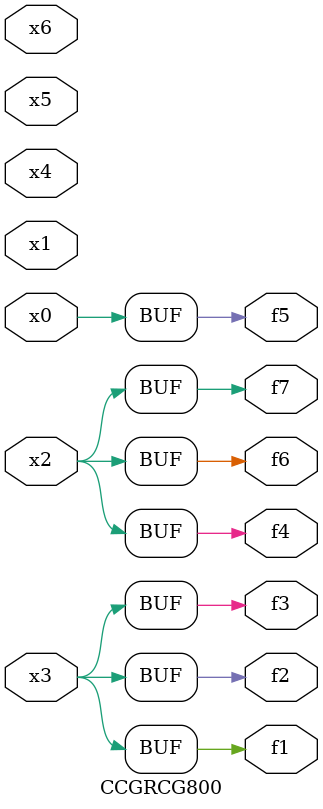
<source format=v>
module CCGRCG800(
	input x0, x1, x2, x3, x4, x5, x6,
	output f1, f2, f3, f4, f5, f6, f7
);
	assign f1 = x3;
	assign f2 = x3;
	assign f3 = x3;
	assign f4 = x2;
	assign f5 = x0;
	assign f6 = x2;
	assign f7 = x2;
endmodule

</source>
